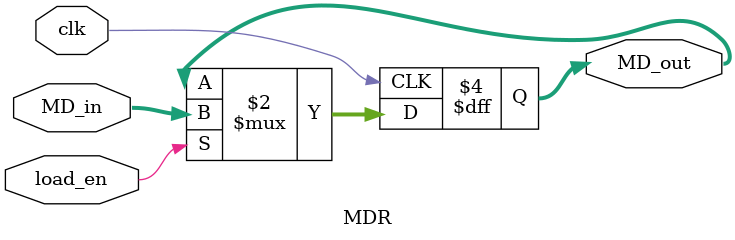
<source format=v>
module MDR(input [15:0] MD_in,
           input load_en,
           input clk,
           output reg [15:0] MD_out);

    always@(posedge clk)
    begin
        if(load_en)
			MD_out <= MD_in;
    end


endmodule

</source>
